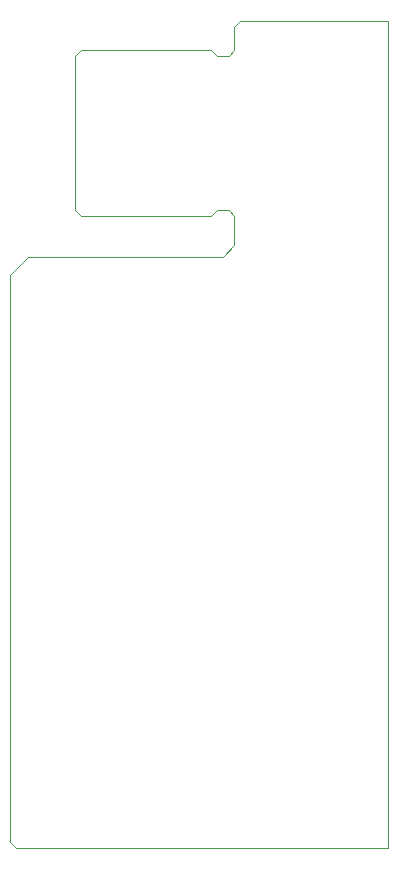
<source format=gm1>
G04 #@! TF.GenerationSoftware,KiCad,Pcbnew,(6.0.10-0)*
G04 #@! TF.CreationDate,2024-06-01T19:56:01+09:00*
G04 #@! TF.ProjectId,AutoFeeder_Drum-type,4175746f-4665-4656-9465-725f4472756d,01*
G04 #@! TF.SameCoordinates,Original*
G04 #@! TF.FileFunction,Profile,NP*
%FSLAX46Y46*%
G04 Gerber Fmt 4.6, Leading zero omitted, Abs format (unit mm)*
G04 Created by KiCad (PCBNEW (6.0.10-0)) date 2024-06-01 19:56:01*
%MOMM*%
%LPD*%
G01*
G04 APERTURE LIST*
G04 #@! TA.AperFunction,Profile*
%ADD10C,0.100000*%
G04 #@! TD*
G04 APERTURE END LIST*
D10*
X112500000Y-139500000D02*
X112500000Y-91500000D01*
X131000000Y-73000000D02*
X130000000Y-73000000D01*
X112500000Y-139500000D02*
X113000000Y-140000000D01*
X144500000Y-70000000D02*
X144500000Y-140000000D01*
X118500000Y-72500000D02*
X118000000Y-73000000D01*
X112500000Y-91500000D02*
X114000000Y-90000000D01*
X129500000Y-86500000D02*
X130000000Y-86000000D01*
X131500000Y-89000000D02*
X130500000Y-90000000D01*
X131500000Y-72500000D02*
X131000000Y-73000000D01*
X131500000Y-72500000D02*
X131500000Y-70500000D01*
X118500000Y-86500000D02*
X129500000Y-86500000D01*
X118000000Y-73000000D02*
X118000000Y-86000000D01*
X130000000Y-86000000D02*
X131000000Y-86000000D01*
X114000000Y-90000000D02*
X130500000Y-90000000D01*
X129500000Y-72500000D02*
X118500000Y-72500000D01*
X131500000Y-70500000D02*
X132000000Y-70000000D01*
X144500000Y-140000000D02*
X113000000Y-140000000D01*
X118000000Y-86000000D02*
X118500000Y-86500000D01*
X132000000Y-70000000D02*
X144500000Y-70000000D01*
X131000000Y-86000000D02*
X131500000Y-86500000D01*
X131500000Y-86500000D02*
X131500000Y-89000000D01*
X130000000Y-73000000D02*
X129500000Y-72500000D01*
M02*

</source>
